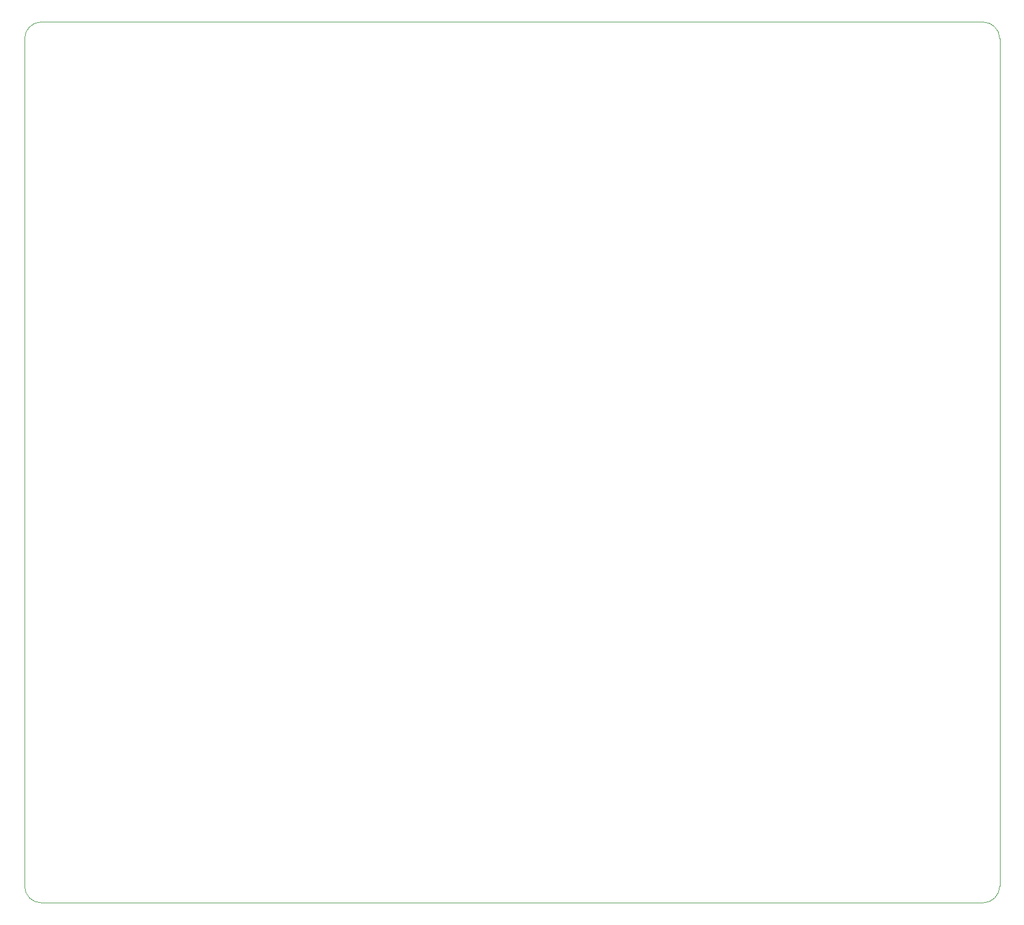
<source format=gm1>
G04 #@! TF.GenerationSoftware,KiCad,Pcbnew,5.1.4*
G04 #@! TF.CreationDate,2019-11-02T22:35:18+09:00*
G04 #@! TF.ProjectId,Navpad_bottom-32u4,4e617670-6164-45f6-926f-74746f6d2d33,rev?*
G04 #@! TF.SameCoordinates,Original*
G04 #@! TF.FileFunction,Profile,NP*
%FSLAX46Y46*%
G04 Gerber Fmt 4.6, Leading zero omitted, Abs format (unit mm)*
G04 Created by KiCad (PCBNEW 5.1.4) date 2019-11-02 22:35:18*
%MOMM*%
%LPD*%
G04 APERTURE LIST*
%ADD10C,0.050000*%
G04 APERTURE END LIST*
D10*
X203231750Y-28479750D02*
X60356750Y-28479750D01*
X205771750Y-159607250D02*
X205771750Y-31019750D01*
X60356750Y-162147250D02*
X203231750Y-162147250D01*
X57816750Y-31019750D02*
X57816750Y-159607250D01*
X203231750Y-28479750D02*
G75*
G02X205771750Y-31019750I0J-2540000D01*
G01*
X57816750Y-31019750D02*
G75*
G02X60356750Y-28479750I2540000J0D01*
G01*
X205771750Y-159607250D02*
G75*
G02X203231750Y-162147250I-2540000J0D01*
G01*
X60356750Y-162147250D02*
G75*
G02X57816750Y-159607250I0J2540000D01*
G01*
M02*

</source>
